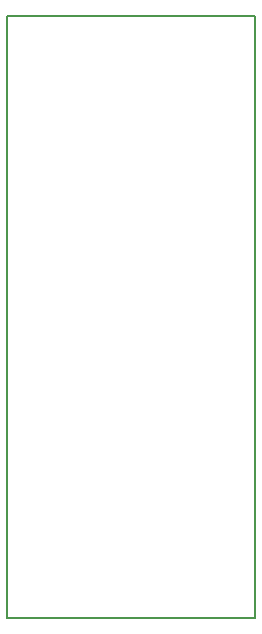
<source format=gm1>
G04*
G04 #@! TF.GenerationSoftware,Altium Limited,Altium Designer,20.2.6 (244)*
G04*
G04 Layer_Color=16711935*
%FSLAX44Y44*%
%MOMM*%
G71*
G04*
G04 #@! TF.SameCoordinates,8B2779CE-768C-4C2E-8B4F-FC9E545F8715*
G04*
G04*
G04 #@! TF.FilePolarity,Positive*
G04*
G01*
G75*
%ADD12C,0.1524*%
D12*
X762Y762D02*
X210762D01*
Y510762D01*
X762D02*
X210762D01*
X762Y762D02*
Y510762D01*
M02*

</source>
